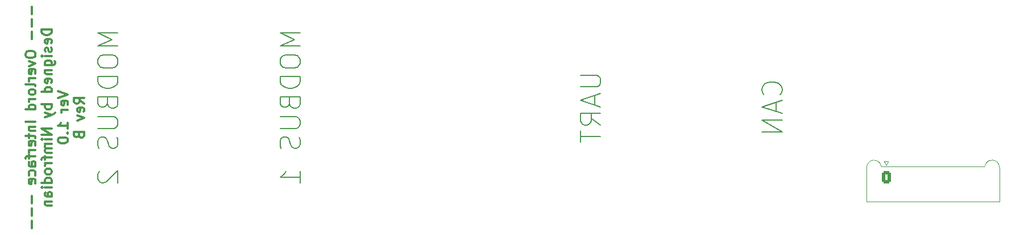
<source format=gbo>
G04 #@! TF.GenerationSoftware,KiCad,Pcbnew,8.0.8*
G04 #@! TF.CreationDate,2025-02-08T12:44:00+01:00*
G04 #@! TF.ProjectId,OverlordInterface,4f766572-6c6f-4726-9449-6e7465726661,rev?*
G04 #@! TF.SameCoordinates,Original*
G04 #@! TF.FileFunction,Legend,Bot*
G04 #@! TF.FilePolarity,Positive*
%FSLAX46Y46*%
G04 Gerber Fmt 4.6, Leading zero omitted, Abs format (unit mm)*
G04 Created by KiCad (PCBNEW 8.0.8) date 2025-02-08 12:44:00*
%MOMM*%
%LPD*%
G01*
G04 APERTURE LIST*
G04 Aperture macros list*
%AMRoundRect*
0 Rectangle with rounded corners*
0 $1 Rounding radius*
0 $2 $3 $4 $5 $6 $7 $8 $9 X,Y pos of 4 corners*
0 Add a 4 corners polygon primitive as box body*
4,1,4,$2,$3,$4,$5,$6,$7,$8,$9,$2,$3,0*
0 Add four circle primitives for the rounded corners*
1,1,$1+$1,$2,$3*
1,1,$1+$1,$4,$5*
1,1,$1+$1,$6,$7*
1,1,$1+$1,$8,$9*
0 Add four rect primitives between the rounded corners*
20,1,$1+$1,$2,$3,$4,$5,0*
20,1,$1+$1,$4,$5,$6,$7,0*
20,1,$1+$1,$6,$7,$8,$9,0*
20,1,$1+$1,$8,$9,$2,$3,0*%
G04 Aperture macros list end*
%ADD10C,0.300000*%
%ADD11C,0.150000*%
%ADD12C,0.120000*%
%ADD13R,1.800000X1.800000*%
%ADD14C,1.800000*%
%ADD15C,4.000000*%
%ADD16R,1.600000X1.600000*%
%ADD17C,1.600000*%
%ADD18C,1.500000*%
%ADD19RoundRect,0.250000X-0.400000X0.650000X-0.400000X-0.650000X0.400000X-0.650000X0.400000X0.650000X0*%
%ADD20O,1.300000X1.800000*%
G04 APERTURE END LIST*
D10*
X79574526Y-77688571D02*
X79574526Y-78831429D01*
X79574526Y-79545714D02*
X79574526Y-80688572D01*
X79574526Y-81402857D02*
X79574526Y-82545715D01*
X78645954Y-84688572D02*
X78645954Y-84974286D01*
X78645954Y-84974286D02*
X78717383Y-85117143D01*
X78717383Y-85117143D02*
X78860240Y-85260000D01*
X78860240Y-85260000D02*
X79145954Y-85331429D01*
X79145954Y-85331429D02*
X79645954Y-85331429D01*
X79645954Y-85331429D02*
X79931668Y-85260000D01*
X79931668Y-85260000D02*
X80074526Y-85117143D01*
X80074526Y-85117143D02*
X80145954Y-84974286D01*
X80145954Y-84974286D02*
X80145954Y-84688572D01*
X80145954Y-84688572D02*
X80074526Y-84545715D01*
X80074526Y-84545715D02*
X79931668Y-84402857D01*
X79931668Y-84402857D02*
X79645954Y-84331429D01*
X79645954Y-84331429D02*
X79145954Y-84331429D01*
X79145954Y-84331429D02*
X78860240Y-84402857D01*
X78860240Y-84402857D02*
X78717383Y-84545715D01*
X78717383Y-84545715D02*
X78645954Y-84688572D01*
X79145954Y-85831429D02*
X80145954Y-86188572D01*
X80145954Y-86188572D02*
X79145954Y-86545715D01*
X80074526Y-87688572D02*
X80145954Y-87545715D01*
X80145954Y-87545715D02*
X80145954Y-87260001D01*
X80145954Y-87260001D02*
X80074526Y-87117143D01*
X80074526Y-87117143D02*
X79931668Y-87045715D01*
X79931668Y-87045715D02*
X79360240Y-87045715D01*
X79360240Y-87045715D02*
X79217383Y-87117143D01*
X79217383Y-87117143D02*
X79145954Y-87260001D01*
X79145954Y-87260001D02*
X79145954Y-87545715D01*
X79145954Y-87545715D02*
X79217383Y-87688572D01*
X79217383Y-87688572D02*
X79360240Y-87760001D01*
X79360240Y-87760001D02*
X79503097Y-87760001D01*
X79503097Y-87760001D02*
X79645954Y-87045715D01*
X80145954Y-88402857D02*
X79145954Y-88402857D01*
X79431668Y-88402857D02*
X79288811Y-88474286D01*
X79288811Y-88474286D02*
X79217383Y-88545715D01*
X79217383Y-88545715D02*
X79145954Y-88688572D01*
X79145954Y-88688572D02*
X79145954Y-88831429D01*
X80145954Y-89545714D02*
X80074526Y-89402857D01*
X80074526Y-89402857D02*
X79931668Y-89331428D01*
X79931668Y-89331428D02*
X78645954Y-89331428D01*
X80145954Y-90331428D02*
X80074526Y-90188571D01*
X80074526Y-90188571D02*
X80003097Y-90117142D01*
X80003097Y-90117142D02*
X79860240Y-90045714D01*
X79860240Y-90045714D02*
X79431668Y-90045714D01*
X79431668Y-90045714D02*
X79288811Y-90117142D01*
X79288811Y-90117142D02*
X79217383Y-90188571D01*
X79217383Y-90188571D02*
X79145954Y-90331428D01*
X79145954Y-90331428D02*
X79145954Y-90545714D01*
X79145954Y-90545714D02*
X79217383Y-90688571D01*
X79217383Y-90688571D02*
X79288811Y-90760000D01*
X79288811Y-90760000D02*
X79431668Y-90831428D01*
X79431668Y-90831428D02*
X79860240Y-90831428D01*
X79860240Y-90831428D02*
X80003097Y-90760000D01*
X80003097Y-90760000D02*
X80074526Y-90688571D01*
X80074526Y-90688571D02*
X80145954Y-90545714D01*
X80145954Y-90545714D02*
X80145954Y-90331428D01*
X80145954Y-91474285D02*
X79145954Y-91474285D01*
X79431668Y-91474285D02*
X79288811Y-91545714D01*
X79288811Y-91545714D02*
X79217383Y-91617143D01*
X79217383Y-91617143D02*
X79145954Y-91760000D01*
X79145954Y-91760000D02*
X79145954Y-91902857D01*
X80145954Y-93045714D02*
X78645954Y-93045714D01*
X80074526Y-93045714D02*
X80145954Y-92902856D01*
X80145954Y-92902856D02*
X80145954Y-92617142D01*
X80145954Y-92617142D02*
X80074526Y-92474285D01*
X80074526Y-92474285D02*
X80003097Y-92402856D01*
X80003097Y-92402856D02*
X79860240Y-92331428D01*
X79860240Y-92331428D02*
X79431668Y-92331428D01*
X79431668Y-92331428D02*
X79288811Y-92402856D01*
X79288811Y-92402856D02*
X79217383Y-92474285D01*
X79217383Y-92474285D02*
X79145954Y-92617142D01*
X79145954Y-92617142D02*
X79145954Y-92902856D01*
X79145954Y-92902856D02*
X79217383Y-93045714D01*
X80145954Y-94902856D02*
X78645954Y-94902856D01*
X79145954Y-95617142D02*
X80145954Y-95617142D01*
X79288811Y-95617142D02*
X79217383Y-95688571D01*
X79217383Y-95688571D02*
X79145954Y-95831428D01*
X79145954Y-95831428D02*
X79145954Y-96045714D01*
X79145954Y-96045714D02*
X79217383Y-96188571D01*
X79217383Y-96188571D02*
X79360240Y-96260000D01*
X79360240Y-96260000D02*
X80145954Y-96260000D01*
X79145954Y-96760000D02*
X79145954Y-97331428D01*
X78645954Y-96974285D02*
X79931668Y-96974285D01*
X79931668Y-96974285D02*
X80074526Y-97045714D01*
X80074526Y-97045714D02*
X80145954Y-97188571D01*
X80145954Y-97188571D02*
X80145954Y-97331428D01*
X80074526Y-98402857D02*
X80145954Y-98260000D01*
X80145954Y-98260000D02*
X80145954Y-97974286D01*
X80145954Y-97974286D02*
X80074526Y-97831428D01*
X80074526Y-97831428D02*
X79931668Y-97760000D01*
X79931668Y-97760000D02*
X79360240Y-97760000D01*
X79360240Y-97760000D02*
X79217383Y-97831428D01*
X79217383Y-97831428D02*
X79145954Y-97974286D01*
X79145954Y-97974286D02*
X79145954Y-98260000D01*
X79145954Y-98260000D02*
X79217383Y-98402857D01*
X79217383Y-98402857D02*
X79360240Y-98474286D01*
X79360240Y-98474286D02*
X79503097Y-98474286D01*
X79503097Y-98474286D02*
X79645954Y-97760000D01*
X80145954Y-99117142D02*
X79145954Y-99117142D01*
X79431668Y-99117142D02*
X79288811Y-99188571D01*
X79288811Y-99188571D02*
X79217383Y-99260000D01*
X79217383Y-99260000D02*
X79145954Y-99402857D01*
X79145954Y-99402857D02*
X79145954Y-99545714D01*
X79145954Y-99831428D02*
X79145954Y-100402856D01*
X80145954Y-100045713D02*
X78860240Y-100045713D01*
X78860240Y-100045713D02*
X78717383Y-100117142D01*
X78717383Y-100117142D02*
X78645954Y-100259999D01*
X78645954Y-100259999D02*
X78645954Y-100402856D01*
X80145954Y-101545714D02*
X79360240Y-101545714D01*
X79360240Y-101545714D02*
X79217383Y-101474285D01*
X79217383Y-101474285D02*
X79145954Y-101331428D01*
X79145954Y-101331428D02*
X79145954Y-101045714D01*
X79145954Y-101045714D02*
X79217383Y-100902856D01*
X80074526Y-101545714D02*
X80145954Y-101402856D01*
X80145954Y-101402856D02*
X80145954Y-101045714D01*
X80145954Y-101045714D02*
X80074526Y-100902856D01*
X80074526Y-100902856D02*
X79931668Y-100831428D01*
X79931668Y-100831428D02*
X79788811Y-100831428D01*
X79788811Y-100831428D02*
X79645954Y-100902856D01*
X79645954Y-100902856D02*
X79574526Y-101045714D01*
X79574526Y-101045714D02*
X79574526Y-101402856D01*
X79574526Y-101402856D02*
X79503097Y-101545714D01*
X80074526Y-102902857D02*
X80145954Y-102759999D01*
X80145954Y-102759999D02*
X80145954Y-102474285D01*
X80145954Y-102474285D02*
X80074526Y-102331428D01*
X80074526Y-102331428D02*
X80003097Y-102259999D01*
X80003097Y-102259999D02*
X79860240Y-102188571D01*
X79860240Y-102188571D02*
X79431668Y-102188571D01*
X79431668Y-102188571D02*
X79288811Y-102259999D01*
X79288811Y-102259999D02*
X79217383Y-102331428D01*
X79217383Y-102331428D02*
X79145954Y-102474285D01*
X79145954Y-102474285D02*
X79145954Y-102759999D01*
X79145954Y-102759999D02*
X79217383Y-102902857D01*
X80074526Y-104117142D02*
X80145954Y-103974285D01*
X80145954Y-103974285D02*
X80145954Y-103688571D01*
X80145954Y-103688571D02*
X80074526Y-103545713D01*
X80074526Y-103545713D02*
X79931668Y-103474285D01*
X79931668Y-103474285D02*
X79360240Y-103474285D01*
X79360240Y-103474285D02*
X79217383Y-103545713D01*
X79217383Y-103545713D02*
X79145954Y-103688571D01*
X79145954Y-103688571D02*
X79145954Y-103974285D01*
X79145954Y-103974285D02*
X79217383Y-104117142D01*
X79217383Y-104117142D02*
X79360240Y-104188571D01*
X79360240Y-104188571D02*
X79503097Y-104188571D01*
X79503097Y-104188571D02*
X79645954Y-103474285D01*
X79574526Y-105974284D02*
X79574526Y-107117142D01*
X79574526Y-107831427D02*
X79574526Y-108974285D01*
X79574526Y-109688570D02*
X79574526Y-110831428D01*
X82560870Y-81081427D02*
X81060870Y-81081427D01*
X81060870Y-81081427D02*
X81060870Y-81438570D01*
X81060870Y-81438570D02*
X81132299Y-81652856D01*
X81132299Y-81652856D02*
X81275156Y-81795713D01*
X81275156Y-81795713D02*
X81418013Y-81867142D01*
X81418013Y-81867142D02*
X81703727Y-81938570D01*
X81703727Y-81938570D02*
X81918013Y-81938570D01*
X81918013Y-81938570D02*
X82203727Y-81867142D01*
X82203727Y-81867142D02*
X82346584Y-81795713D01*
X82346584Y-81795713D02*
X82489442Y-81652856D01*
X82489442Y-81652856D02*
X82560870Y-81438570D01*
X82560870Y-81438570D02*
X82560870Y-81081427D01*
X82489442Y-83152856D02*
X82560870Y-83009999D01*
X82560870Y-83009999D02*
X82560870Y-82724285D01*
X82560870Y-82724285D02*
X82489442Y-82581427D01*
X82489442Y-82581427D02*
X82346584Y-82509999D01*
X82346584Y-82509999D02*
X81775156Y-82509999D01*
X81775156Y-82509999D02*
X81632299Y-82581427D01*
X81632299Y-82581427D02*
X81560870Y-82724285D01*
X81560870Y-82724285D02*
X81560870Y-83009999D01*
X81560870Y-83009999D02*
X81632299Y-83152856D01*
X81632299Y-83152856D02*
X81775156Y-83224285D01*
X81775156Y-83224285D02*
X81918013Y-83224285D01*
X81918013Y-83224285D02*
X82060870Y-82509999D01*
X82489442Y-83795713D02*
X82560870Y-83938570D01*
X82560870Y-83938570D02*
X82560870Y-84224284D01*
X82560870Y-84224284D02*
X82489442Y-84367141D01*
X82489442Y-84367141D02*
X82346584Y-84438570D01*
X82346584Y-84438570D02*
X82275156Y-84438570D01*
X82275156Y-84438570D02*
X82132299Y-84367141D01*
X82132299Y-84367141D02*
X82060870Y-84224284D01*
X82060870Y-84224284D02*
X82060870Y-84009999D01*
X82060870Y-84009999D02*
X81989442Y-83867141D01*
X81989442Y-83867141D02*
X81846584Y-83795713D01*
X81846584Y-83795713D02*
X81775156Y-83795713D01*
X81775156Y-83795713D02*
X81632299Y-83867141D01*
X81632299Y-83867141D02*
X81560870Y-84009999D01*
X81560870Y-84009999D02*
X81560870Y-84224284D01*
X81560870Y-84224284D02*
X81632299Y-84367141D01*
X82560870Y-85081427D02*
X81560870Y-85081427D01*
X81060870Y-85081427D02*
X81132299Y-85009999D01*
X81132299Y-85009999D02*
X81203727Y-85081427D01*
X81203727Y-85081427D02*
X81132299Y-85152856D01*
X81132299Y-85152856D02*
X81060870Y-85081427D01*
X81060870Y-85081427D02*
X81203727Y-85081427D01*
X81560870Y-86438571D02*
X82775156Y-86438571D01*
X82775156Y-86438571D02*
X82918013Y-86367142D01*
X82918013Y-86367142D02*
X82989442Y-86295713D01*
X82989442Y-86295713D02*
X83060870Y-86152856D01*
X83060870Y-86152856D02*
X83060870Y-85938571D01*
X83060870Y-85938571D02*
X82989442Y-85795713D01*
X82489442Y-86438571D02*
X82560870Y-86295713D01*
X82560870Y-86295713D02*
X82560870Y-86009999D01*
X82560870Y-86009999D02*
X82489442Y-85867142D01*
X82489442Y-85867142D02*
X82418013Y-85795713D01*
X82418013Y-85795713D02*
X82275156Y-85724285D01*
X82275156Y-85724285D02*
X81846584Y-85724285D01*
X81846584Y-85724285D02*
X81703727Y-85795713D01*
X81703727Y-85795713D02*
X81632299Y-85867142D01*
X81632299Y-85867142D02*
X81560870Y-86009999D01*
X81560870Y-86009999D02*
X81560870Y-86295713D01*
X81560870Y-86295713D02*
X81632299Y-86438571D01*
X81560870Y-87152856D02*
X82560870Y-87152856D01*
X81703727Y-87152856D02*
X81632299Y-87224285D01*
X81632299Y-87224285D02*
X81560870Y-87367142D01*
X81560870Y-87367142D02*
X81560870Y-87581428D01*
X81560870Y-87581428D02*
X81632299Y-87724285D01*
X81632299Y-87724285D02*
X81775156Y-87795714D01*
X81775156Y-87795714D02*
X82560870Y-87795714D01*
X82489442Y-89081428D02*
X82560870Y-88938571D01*
X82560870Y-88938571D02*
X82560870Y-88652857D01*
X82560870Y-88652857D02*
X82489442Y-88509999D01*
X82489442Y-88509999D02*
X82346584Y-88438571D01*
X82346584Y-88438571D02*
X81775156Y-88438571D01*
X81775156Y-88438571D02*
X81632299Y-88509999D01*
X81632299Y-88509999D02*
X81560870Y-88652857D01*
X81560870Y-88652857D02*
X81560870Y-88938571D01*
X81560870Y-88938571D02*
X81632299Y-89081428D01*
X81632299Y-89081428D02*
X81775156Y-89152857D01*
X81775156Y-89152857D02*
X81918013Y-89152857D01*
X81918013Y-89152857D02*
X82060870Y-88438571D01*
X82560870Y-90438571D02*
X81060870Y-90438571D01*
X82489442Y-90438571D02*
X82560870Y-90295713D01*
X82560870Y-90295713D02*
X82560870Y-90009999D01*
X82560870Y-90009999D02*
X82489442Y-89867142D01*
X82489442Y-89867142D02*
X82418013Y-89795713D01*
X82418013Y-89795713D02*
X82275156Y-89724285D01*
X82275156Y-89724285D02*
X81846584Y-89724285D01*
X81846584Y-89724285D02*
X81703727Y-89795713D01*
X81703727Y-89795713D02*
X81632299Y-89867142D01*
X81632299Y-89867142D02*
X81560870Y-90009999D01*
X81560870Y-90009999D02*
X81560870Y-90295713D01*
X81560870Y-90295713D02*
X81632299Y-90438571D01*
X82560870Y-92295713D02*
X81060870Y-92295713D01*
X81632299Y-92295713D02*
X81560870Y-92438571D01*
X81560870Y-92438571D02*
X81560870Y-92724285D01*
X81560870Y-92724285D02*
X81632299Y-92867142D01*
X81632299Y-92867142D02*
X81703727Y-92938571D01*
X81703727Y-92938571D02*
X81846584Y-93009999D01*
X81846584Y-93009999D02*
X82275156Y-93009999D01*
X82275156Y-93009999D02*
X82418013Y-92938571D01*
X82418013Y-92938571D02*
X82489442Y-92867142D01*
X82489442Y-92867142D02*
X82560870Y-92724285D01*
X82560870Y-92724285D02*
X82560870Y-92438571D01*
X82560870Y-92438571D02*
X82489442Y-92295713D01*
X81560870Y-93509999D02*
X82560870Y-93867142D01*
X81560870Y-94224285D02*
X82560870Y-93867142D01*
X82560870Y-93867142D02*
X82918013Y-93724285D01*
X82918013Y-93724285D02*
X82989442Y-93652856D01*
X82989442Y-93652856D02*
X83060870Y-93509999D01*
X82560870Y-95938570D02*
X81060870Y-95938570D01*
X81060870Y-95938570D02*
X82560870Y-96795713D01*
X82560870Y-96795713D02*
X81060870Y-96795713D01*
X82560870Y-97509999D02*
X81560870Y-97509999D01*
X81060870Y-97509999D02*
X81132299Y-97438571D01*
X81132299Y-97438571D02*
X81203727Y-97509999D01*
X81203727Y-97509999D02*
X81132299Y-97581428D01*
X81132299Y-97581428D02*
X81060870Y-97509999D01*
X81060870Y-97509999D02*
X81203727Y-97509999D01*
X82560870Y-98224285D02*
X81560870Y-98224285D01*
X81703727Y-98224285D02*
X81632299Y-98295714D01*
X81632299Y-98295714D02*
X81560870Y-98438571D01*
X81560870Y-98438571D02*
X81560870Y-98652857D01*
X81560870Y-98652857D02*
X81632299Y-98795714D01*
X81632299Y-98795714D02*
X81775156Y-98867143D01*
X81775156Y-98867143D02*
X82560870Y-98867143D01*
X81775156Y-98867143D02*
X81632299Y-98938571D01*
X81632299Y-98938571D02*
X81560870Y-99081428D01*
X81560870Y-99081428D02*
X81560870Y-99295714D01*
X81560870Y-99295714D02*
X81632299Y-99438571D01*
X81632299Y-99438571D02*
X81775156Y-99510000D01*
X81775156Y-99510000D02*
X82560870Y-99510000D01*
X81560870Y-100010000D02*
X81560870Y-100581428D01*
X82560870Y-100224285D02*
X81275156Y-100224285D01*
X81275156Y-100224285D02*
X81132299Y-100295714D01*
X81132299Y-100295714D02*
X81060870Y-100438571D01*
X81060870Y-100438571D02*
X81060870Y-100581428D01*
X82560870Y-101081428D02*
X81560870Y-101081428D01*
X81846584Y-101081428D02*
X81703727Y-101152857D01*
X81703727Y-101152857D02*
X81632299Y-101224286D01*
X81632299Y-101224286D02*
X81560870Y-101367143D01*
X81560870Y-101367143D02*
X81560870Y-101510000D01*
X82560870Y-102224285D02*
X82489442Y-102081428D01*
X82489442Y-102081428D02*
X82418013Y-102009999D01*
X82418013Y-102009999D02*
X82275156Y-101938571D01*
X82275156Y-101938571D02*
X81846584Y-101938571D01*
X81846584Y-101938571D02*
X81703727Y-102009999D01*
X81703727Y-102009999D02*
X81632299Y-102081428D01*
X81632299Y-102081428D02*
X81560870Y-102224285D01*
X81560870Y-102224285D02*
X81560870Y-102438571D01*
X81560870Y-102438571D02*
X81632299Y-102581428D01*
X81632299Y-102581428D02*
X81703727Y-102652857D01*
X81703727Y-102652857D02*
X81846584Y-102724285D01*
X81846584Y-102724285D02*
X82275156Y-102724285D01*
X82275156Y-102724285D02*
X82418013Y-102652857D01*
X82418013Y-102652857D02*
X82489442Y-102581428D01*
X82489442Y-102581428D02*
X82560870Y-102438571D01*
X82560870Y-102438571D02*
X82560870Y-102224285D01*
X82560870Y-104010000D02*
X81060870Y-104010000D01*
X82489442Y-104010000D02*
X82560870Y-103867142D01*
X82560870Y-103867142D02*
X82560870Y-103581428D01*
X82560870Y-103581428D02*
X82489442Y-103438571D01*
X82489442Y-103438571D02*
X82418013Y-103367142D01*
X82418013Y-103367142D02*
X82275156Y-103295714D01*
X82275156Y-103295714D02*
X81846584Y-103295714D01*
X81846584Y-103295714D02*
X81703727Y-103367142D01*
X81703727Y-103367142D02*
X81632299Y-103438571D01*
X81632299Y-103438571D02*
X81560870Y-103581428D01*
X81560870Y-103581428D02*
X81560870Y-103867142D01*
X81560870Y-103867142D02*
X81632299Y-104010000D01*
X82560870Y-104724285D02*
X81560870Y-104724285D01*
X81060870Y-104724285D02*
X81132299Y-104652857D01*
X81132299Y-104652857D02*
X81203727Y-104724285D01*
X81203727Y-104724285D02*
X81132299Y-104795714D01*
X81132299Y-104795714D02*
X81060870Y-104724285D01*
X81060870Y-104724285D02*
X81203727Y-104724285D01*
X82560870Y-106081429D02*
X81775156Y-106081429D01*
X81775156Y-106081429D02*
X81632299Y-106010000D01*
X81632299Y-106010000D02*
X81560870Y-105867143D01*
X81560870Y-105867143D02*
X81560870Y-105581429D01*
X81560870Y-105581429D02*
X81632299Y-105438571D01*
X82489442Y-106081429D02*
X82560870Y-105938571D01*
X82560870Y-105938571D02*
X82560870Y-105581429D01*
X82560870Y-105581429D02*
X82489442Y-105438571D01*
X82489442Y-105438571D02*
X82346584Y-105367143D01*
X82346584Y-105367143D02*
X82203727Y-105367143D01*
X82203727Y-105367143D02*
X82060870Y-105438571D01*
X82060870Y-105438571D02*
X81989442Y-105581429D01*
X81989442Y-105581429D02*
X81989442Y-105938571D01*
X81989442Y-105938571D02*
X81918013Y-106081429D01*
X81560870Y-106795714D02*
X82560870Y-106795714D01*
X81703727Y-106795714D02*
X81632299Y-106867143D01*
X81632299Y-106867143D02*
X81560870Y-107010000D01*
X81560870Y-107010000D02*
X81560870Y-107224286D01*
X81560870Y-107224286D02*
X81632299Y-107367143D01*
X81632299Y-107367143D02*
X81775156Y-107438572D01*
X81775156Y-107438572D02*
X82560870Y-107438572D01*
X83475786Y-90295715D02*
X84975786Y-90795715D01*
X84975786Y-90795715D02*
X83475786Y-91295715D01*
X84904358Y-92367143D02*
X84975786Y-92224286D01*
X84975786Y-92224286D02*
X84975786Y-91938572D01*
X84975786Y-91938572D02*
X84904358Y-91795714D01*
X84904358Y-91795714D02*
X84761500Y-91724286D01*
X84761500Y-91724286D02*
X84190072Y-91724286D01*
X84190072Y-91724286D02*
X84047215Y-91795714D01*
X84047215Y-91795714D02*
X83975786Y-91938572D01*
X83975786Y-91938572D02*
X83975786Y-92224286D01*
X83975786Y-92224286D02*
X84047215Y-92367143D01*
X84047215Y-92367143D02*
X84190072Y-92438572D01*
X84190072Y-92438572D02*
X84332929Y-92438572D01*
X84332929Y-92438572D02*
X84475786Y-91724286D01*
X84975786Y-93081428D02*
X83975786Y-93081428D01*
X84261500Y-93081428D02*
X84118643Y-93152857D01*
X84118643Y-93152857D02*
X84047215Y-93224286D01*
X84047215Y-93224286D02*
X83975786Y-93367143D01*
X83975786Y-93367143D02*
X83975786Y-93510000D01*
X84975786Y-95938571D02*
X84975786Y-95081428D01*
X84975786Y-95509999D02*
X83475786Y-95509999D01*
X83475786Y-95509999D02*
X83690072Y-95367142D01*
X83690072Y-95367142D02*
X83832929Y-95224285D01*
X83832929Y-95224285D02*
X83904358Y-95081428D01*
X84832929Y-96581427D02*
X84904358Y-96652856D01*
X84904358Y-96652856D02*
X84975786Y-96581427D01*
X84975786Y-96581427D02*
X84904358Y-96509999D01*
X84904358Y-96509999D02*
X84832929Y-96581427D01*
X84832929Y-96581427D02*
X84975786Y-96581427D01*
X83475786Y-97581428D02*
X83475786Y-97724285D01*
X83475786Y-97724285D02*
X83547215Y-97867142D01*
X83547215Y-97867142D02*
X83618643Y-97938571D01*
X83618643Y-97938571D02*
X83761500Y-98009999D01*
X83761500Y-98009999D02*
X84047215Y-98081428D01*
X84047215Y-98081428D02*
X84404358Y-98081428D01*
X84404358Y-98081428D02*
X84690072Y-98009999D01*
X84690072Y-98009999D02*
X84832929Y-97938571D01*
X84832929Y-97938571D02*
X84904358Y-97867142D01*
X84904358Y-97867142D02*
X84975786Y-97724285D01*
X84975786Y-97724285D02*
X84975786Y-97581428D01*
X84975786Y-97581428D02*
X84904358Y-97438571D01*
X84904358Y-97438571D02*
X84832929Y-97367142D01*
X84832929Y-97367142D02*
X84690072Y-97295713D01*
X84690072Y-97295713D02*
X84404358Y-97224285D01*
X84404358Y-97224285D02*
X84047215Y-97224285D01*
X84047215Y-97224285D02*
X83761500Y-97295713D01*
X83761500Y-97295713D02*
X83618643Y-97367142D01*
X83618643Y-97367142D02*
X83547215Y-97438571D01*
X83547215Y-97438571D02*
X83475786Y-97581428D01*
X87390702Y-92188571D02*
X86676416Y-91688571D01*
X87390702Y-91331428D02*
X85890702Y-91331428D01*
X85890702Y-91331428D02*
X85890702Y-91902857D01*
X85890702Y-91902857D02*
X85962131Y-92045714D01*
X85962131Y-92045714D02*
X86033559Y-92117143D01*
X86033559Y-92117143D02*
X86176416Y-92188571D01*
X86176416Y-92188571D02*
X86390702Y-92188571D01*
X86390702Y-92188571D02*
X86533559Y-92117143D01*
X86533559Y-92117143D02*
X86604988Y-92045714D01*
X86604988Y-92045714D02*
X86676416Y-91902857D01*
X86676416Y-91902857D02*
X86676416Y-91331428D01*
X87319274Y-93402857D02*
X87390702Y-93260000D01*
X87390702Y-93260000D02*
X87390702Y-92974286D01*
X87390702Y-92974286D02*
X87319274Y-92831428D01*
X87319274Y-92831428D02*
X87176416Y-92760000D01*
X87176416Y-92760000D02*
X86604988Y-92760000D01*
X86604988Y-92760000D02*
X86462131Y-92831428D01*
X86462131Y-92831428D02*
X86390702Y-92974286D01*
X86390702Y-92974286D02*
X86390702Y-93260000D01*
X86390702Y-93260000D02*
X86462131Y-93402857D01*
X86462131Y-93402857D02*
X86604988Y-93474286D01*
X86604988Y-93474286D02*
X86747845Y-93474286D01*
X86747845Y-93474286D02*
X86890702Y-92760000D01*
X86390702Y-93974285D02*
X87390702Y-94331428D01*
X87390702Y-94331428D02*
X86390702Y-94688571D01*
X86604988Y-96902856D02*
X86676416Y-97117142D01*
X86676416Y-97117142D02*
X86747845Y-97188571D01*
X86747845Y-97188571D02*
X86890702Y-97259999D01*
X86890702Y-97259999D02*
X87104988Y-97259999D01*
X87104988Y-97259999D02*
X87247845Y-97188571D01*
X87247845Y-97188571D02*
X87319274Y-97117142D01*
X87319274Y-97117142D02*
X87390702Y-96974285D01*
X87390702Y-96974285D02*
X87390702Y-96402856D01*
X87390702Y-96402856D02*
X85890702Y-96402856D01*
X85890702Y-96402856D02*
X85890702Y-96902856D01*
X85890702Y-96902856D02*
X85962131Y-97045714D01*
X85962131Y-97045714D02*
X86033559Y-97117142D01*
X86033559Y-97117142D02*
X86176416Y-97188571D01*
X86176416Y-97188571D02*
X86319274Y-97188571D01*
X86319274Y-97188571D02*
X86462131Y-97117142D01*
X86462131Y-97117142D02*
X86533559Y-97045714D01*
X86533559Y-97045714D02*
X86604988Y-96902856D01*
X86604988Y-96902856D02*
X86604988Y-96402856D01*
D11*
X191039342Y-90797255D02*
X191182200Y-90654398D01*
X191182200Y-90654398D02*
X191325057Y-90225826D01*
X191325057Y-90225826D02*
X191325057Y-89940112D01*
X191325057Y-89940112D02*
X191182200Y-89511541D01*
X191182200Y-89511541D02*
X190896485Y-89225826D01*
X190896485Y-89225826D02*
X190610771Y-89082969D01*
X190610771Y-89082969D02*
X190039342Y-88940112D01*
X190039342Y-88940112D02*
X189610771Y-88940112D01*
X189610771Y-88940112D02*
X189039342Y-89082969D01*
X189039342Y-89082969D02*
X188753628Y-89225826D01*
X188753628Y-89225826D02*
X188467914Y-89511541D01*
X188467914Y-89511541D02*
X188325057Y-89940112D01*
X188325057Y-89940112D02*
X188325057Y-90225826D01*
X188325057Y-90225826D02*
X188467914Y-90654398D01*
X188467914Y-90654398D02*
X188610771Y-90797255D01*
X190467914Y-91940112D02*
X190467914Y-93368684D01*
X191325057Y-91654398D02*
X188325057Y-92654398D01*
X188325057Y-92654398D02*
X191325057Y-93654398D01*
X191325057Y-94654398D02*
X188325057Y-94654398D01*
X188325057Y-94654398D02*
X191325057Y-96368684D01*
X191325057Y-96368684D02*
X188325057Y-96368684D01*
X92425057Y-81578683D02*
X89425057Y-81578683D01*
X89425057Y-81578683D02*
X91567914Y-82578683D01*
X91567914Y-82578683D02*
X89425057Y-83578683D01*
X89425057Y-83578683D02*
X92425057Y-83578683D01*
X89425057Y-85578683D02*
X89425057Y-86150111D01*
X89425057Y-86150111D02*
X89567914Y-86435826D01*
X89567914Y-86435826D02*
X89853628Y-86721540D01*
X89853628Y-86721540D02*
X90425057Y-86864397D01*
X90425057Y-86864397D02*
X91425057Y-86864397D01*
X91425057Y-86864397D02*
X91996485Y-86721540D01*
X91996485Y-86721540D02*
X92282200Y-86435826D01*
X92282200Y-86435826D02*
X92425057Y-86150111D01*
X92425057Y-86150111D02*
X92425057Y-85578683D01*
X92425057Y-85578683D02*
X92282200Y-85292969D01*
X92282200Y-85292969D02*
X91996485Y-85007254D01*
X91996485Y-85007254D02*
X91425057Y-84864397D01*
X91425057Y-84864397D02*
X90425057Y-84864397D01*
X90425057Y-84864397D02*
X89853628Y-85007254D01*
X89853628Y-85007254D02*
X89567914Y-85292969D01*
X89567914Y-85292969D02*
X89425057Y-85578683D01*
X92425057Y-88150111D02*
X89425057Y-88150111D01*
X89425057Y-88150111D02*
X89425057Y-88864397D01*
X89425057Y-88864397D02*
X89567914Y-89292968D01*
X89567914Y-89292968D02*
X89853628Y-89578683D01*
X89853628Y-89578683D02*
X90139342Y-89721540D01*
X90139342Y-89721540D02*
X90710771Y-89864397D01*
X90710771Y-89864397D02*
X91139342Y-89864397D01*
X91139342Y-89864397D02*
X91710771Y-89721540D01*
X91710771Y-89721540D02*
X91996485Y-89578683D01*
X91996485Y-89578683D02*
X92282200Y-89292968D01*
X92282200Y-89292968D02*
X92425057Y-88864397D01*
X92425057Y-88864397D02*
X92425057Y-88150111D01*
X90853628Y-92150111D02*
X90996485Y-92578683D01*
X90996485Y-92578683D02*
X91139342Y-92721540D01*
X91139342Y-92721540D02*
X91425057Y-92864397D01*
X91425057Y-92864397D02*
X91853628Y-92864397D01*
X91853628Y-92864397D02*
X92139342Y-92721540D01*
X92139342Y-92721540D02*
X92282200Y-92578683D01*
X92282200Y-92578683D02*
X92425057Y-92292968D01*
X92425057Y-92292968D02*
X92425057Y-91150111D01*
X92425057Y-91150111D02*
X89425057Y-91150111D01*
X89425057Y-91150111D02*
X89425057Y-92150111D01*
X89425057Y-92150111D02*
X89567914Y-92435826D01*
X89567914Y-92435826D02*
X89710771Y-92578683D01*
X89710771Y-92578683D02*
X89996485Y-92721540D01*
X89996485Y-92721540D02*
X90282200Y-92721540D01*
X90282200Y-92721540D02*
X90567914Y-92578683D01*
X90567914Y-92578683D02*
X90710771Y-92435826D01*
X90710771Y-92435826D02*
X90853628Y-92150111D01*
X90853628Y-92150111D02*
X90853628Y-91150111D01*
X89425057Y-94150111D02*
X91853628Y-94150111D01*
X91853628Y-94150111D02*
X92139342Y-94292968D01*
X92139342Y-94292968D02*
X92282200Y-94435826D01*
X92282200Y-94435826D02*
X92425057Y-94721540D01*
X92425057Y-94721540D02*
X92425057Y-95292968D01*
X92425057Y-95292968D02*
X92282200Y-95578683D01*
X92282200Y-95578683D02*
X92139342Y-95721540D01*
X92139342Y-95721540D02*
X91853628Y-95864397D01*
X91853628Y-95864397D02*
X89425057Y-95864397D01*
X92282200Y-97150111D02*
X92425057Y-97578683D01*
X92425057Y-97578683D02*
X92425057Y-98292968D01*
X92425057Y-98292968D02*
X92282200Y-98578683D01*
X92282200Y-98578683D02*
X92139342Y-98721540D01*
X92139342Y-98721540D02*
X91853628Y-98864397D01*
X91853628Y-98864397D02*
X91567914Y-98864397D01*
X91567914Y-98864397D02*
X91282200Y-98721540D01*
X91282200Y-98721540D02*
X91139342Y-98578683D01*
X91139342Y-98578683D02*
X90996485Y-98292968D01*
X90996485Y-98292968D02*
X90853628Y-97721540D01*
X90853628Y-97721540D02*
X90710771Y-97435825D01*
X90710771Y-97435825D02*
X90567914Y-97292968D01*
X90567914Y-97292968D02*
X90282200Y-97150111D01*
X90282200Y-97150111D02*
X89996485Y-97150111D01*
X89996485Y-97150111D02*
X89710771Y-97292968D01*
X89710771Y-97292968D02*
X89567914Y-97435825D01*
X89567914Y-97435825D02*
X89425057Y-97721540D01*
X89425057Y-97721540D02*
X89425057Y-98435825D01*
X89425057Y-98435825D02*
X89567914Y-98864397D01*
X89710771Y-102292968D02*
X89567914Y-102435825D01*
X89567914Y-102435825D02*
X89425057Y-102721540D01*
X89425057Y-102721540D02*
X89425057Y-103435825D01*
X89425057Y-103435825D02*
X89567914Y-103721540D01*
X89567914Y-103721540D02*
X89710771Y-103864397D01*
X89710771Y-103864397D02*
X89996485Y-104007254D01*
X89996485Y-104007254D02*
X90282200Y-104007254D01*
X90282200Y-104007254D02*
X90710771Y-103864397D01*
X90710771Y-103864397D02*
X92425057Y-102150111D01*
X92425057Y-102150111D02*
X92425057Y-104007254D01*
X161305057Y-87940112D02*
X163733628Y-87940112D01*
X163733628Y-87940112D02*
X164019342Y-88082969D01*
X164019342Y-88082969D02*
X164162200Y-88225827D01*
X164162200Y-88225827D02*
X164305057Y-88511541D01*
X164305057Y-88511541D02*
X164305057Y-89082969D01*
X164305057Y-89082969D02*
X164162200Y-89368684D01*
X164162200Y-89368684D02*
X164019342Y-89511541D01*
X164019342Y-89511541D02*
X163733628Y-89654398D01*
X163733628Y-89654398D02*
X161305057Y-89654398D01*
X163447914Y-90940112D02*
X163447914Y-92368684D01*
X164305057Y-90654398D02*
X161305057Y-91654398D01*
X161305057Y-91654398D02*
X164305057Y-92654398D01*
X164305057Y-95368684D02*
X162876485Y-94368684D01*
X164305057Y-93654398D02*
X161305057Y-93654398D01*
X161305057Y-93654398D02*
X161305057Y-94797255D01*
X161305057Y-94797255D02*
X161447914Y-95082970D01*
X161447914Y-95082970D02*
X161590771Y-95225827D01*
X161590771Y-95225827D02*
X161876485Y-95368684D01*
X161876485Y-95368684D02*
X162305057Y-95368684D01*
X162305057Y-95368684D02*
X162590771Y-95225827D01*
X162590771Y-95225827D02*
X162733628Y-95082970D01*
X162733628Y-95082970D02*
X162876485Y-94797255D01*
X162876485Y-94797255D02*
X162876485Y-93654398D01*
X161305057Y-96225827D02*
X161305057Y-97940113D01*
X164305057Y-97082970D02*
X161305057Y-97082970D01*
X119565057Y-81578683D02*
X116565057Y-81578683D01*
X116565057Y-81578683D02*
X118707914Y-82578683D01*
X118707914Y-82578683D02*
X116565057Y-83578683D01*
X116565057Y-83578683D02*
X119565057Y-83578683D01*
X116565057Y-85578683D02*
X116565057Y-86150111D01*
X116565057Y-86150111D02*
X116707914Y-86435826D01*
X116707914Y-86435826D02*
X116993628Y-86721540D01*
X116993628Y-86721540D02*
X117565057Y-86864397D01*
X117565057Y-86864397D02*
X118565057Y-86864397D01*
X118565057Y-86864397D02*
X119136485Y-86721540D01*
X119136485Y-86721540D02*
X119422200Y-86435826D01*
X119422200Y-86435826D02*
X119565057Y-86150111D01*
X119565057Y-86150111D02*
X119565057Y-85578683D01*
X119565057Y-85578683D02*
X119422200Y-85292969D01*
X119422200Y-85292969D02*
X119136485Y-85007254D01*
X119136485Y-85007254D02*
X118565057Y-84864397D01*
X118565057Y-84864397D02*
X117565057Y-84864397D01*
X117565057Y-84864397D02*
X116993628Y-85007254D01*
X116993628Y-85007254D02*
X116707914Y-85292969D01*
X116707914Y-85292969D02*
X116565057Y-85578683D01*
X119565057Y-88150111D02*
X116565057Y-88150111D01*
X116565057Y-88150111D02*
X116565057Y-88864397D01*
X116565057Y-88864397D02*
X116707914Y-89292968D01*
X116707914Y-89292968D02*
X116993628Y-89578683D01*
X116993628Y-89578683D02*
X117279342Y-89721540D01*
X117279342Y-89721540D02*
X117850771Y-89864397D01*
X117850771Y-89864397D02*
X118279342Y-89864397D01*
X118279342Y-89864397D02*
X118850771Y-89721540D01*
X118850771Y-89721540D02*
X119136485Y-89578683D01*
X119136485Y-89578683D02*
X119422200Y-89292968D01*
X119422200Y-89292968D02*
X119565057Y-88864397D01*
X119565057Y-88864397D02*
X119565057Y-88150111D01*
X117993628Y-92150111D02*
X118136485Y-92578683D01*
X118136485Y-92578683D02*
X118279342Y-92721540D01*
X118279342Y-92721540D02*
X118565057Y-92864397D01*
X118565057Y-92864397D02*
X118993628Y-92864397D01*
X118993628Y-92864397D02*
X119279342Y-92721540D01*
X119279342Y-92721540D02*
X119422200Y-92578683D01*
X119422200Y-92578683D02*
X119565057Y-92292968D01*
X119565057Y-92292968D02*
X119565057Y-91150111D01*
X119565057Y-91150111D02*
X116565057Y-91150111D01*
X116565057Y-91150111D02*
X116565057Y-92150111D01*
X116565057Y-92150111D02*
X116707914Y-92435826D01*
X116707914Y-92435826D02*
X116850771Y-92578683D01*
X116850771Y-92578683D02*
X117136485Y-92721540D01*
X117136485Y-92721540D02*
X117422200Y-92721540D01*
X117422200Y-92721540D02*
X117707914Y-92578683D01*
X117707914Y-92578683D02*
X117850771Y-92435826D01*
X117850771Y-92435826D02*
X117993628Y-92150111D01*
X117993628Y-92150111D02*
X117993628Y-91150111D01*
X116565057Y-94150111D02*
X118993628Y-94150111D01*
X118993628Y-94150111D02*
X119279342Y-94292968D01*
X119279342Y-94292968D02*
X119422200Y-94435826D01*
X119422200Y-94435826D02*
X119565057Y-94721540D01*
X119565057Y-94721540D02*
X119565057Y-95292968D01*
X119565057Y-95292968D02*
X119422200Y-95578683D01*
X119422200Y-95578683D02*
X119279342Y-95721540D01*
X119279342Y-95721540D02*
X118993628Y-95864397D01*
X118993628Y-95864397D02*
X116565057Y-95864397D01*
X119422200Y-97150111D02*
X119565057Y-97578683D01*
X119565057Y-97578683D02*
X119565057Y-98292968D01*
X119565057Y-98292968D02*
X119422200Y-98578683D01*
X119422200Y-98578683D02*
X119279342Y-98721540D01*
X119279342Y-98721540D02*
X118993628Y-98864397D01*
X118993628Y-98864397D02*
X118707914Y-98864397D01*
X118707914Y-98864397D02*
X118422200Y-98721540D01*
X118422200Y-98721540D02*
X118279342Y-98578683D01*
X118279342Y-98578683D02*
X118136485Y-98292968D01*
X118136485Y-98292968D02*
X117993628Y-97721540D01*
X117993628Y-97721540D02*
X117850771Y-97435825D01*
X117850771Y-97435825D02*
X117707914Y-97292968D01*
X117707914Y-97292968D02*
X117422200Y-97150111D01*
X117422200Y-97150111D02*
X117136485Y-97150111D01*
X117136485Y-97150111D02*
X116850771Y-97292968D01*
X116850771Y-97292968D02*
X116707914Y-97435825D01*
X116707914Y-97435825D02*
X116565057Y-97721540D01*
X116565057Y-97721540D02*
X116565057Y-98435825D01*
X116565057Y-98435825D02*
X116707914Y-98864397D01*
X119565057Y-104007254D02*
X119565057Y-102292968D01*
X119565057Y-103150111D02*
X116565057Y-103150111D01*
X116565057Y-103150111D02*
X116993628Y-102864397D01*
X116993628Y-102864397D02*
X117279342Y-102578682D01*
X117279342Y-102578682D02*
X117422200Y-102292968D01*
D12*
X203935001Y-106840000D02*
X203935001Y-101710000D01*
X206520001Y-100810000D02*
X206820001Y-101410000D01*
X206820001Y-101410000D02*
X207120001Y-100810000D01*
X207120001Y-100810000D02*
X206520001Y-100810000D01*
X221505001Y-101580000D02*
X206105001Y-101580000D01*
X223675001Y-101710000D02*
X223675001Y-106840000D01*
X223675001Y-106840000D02*
X203935001Y-106840000D01*
X203940001Y-101840000D02*
G75*
G02*
X206100001Y-101580000I1080000J130000D01*
G01*
X221523221Y-101511744D02*
G75*
G02*
X223675001Y-101720000I1066780J-198256D01*
G01*
%LPC*%
D13*
X211830000Y-91055000D03*
D14*
X211830000Y-93595000D03*
D13*
X221830000Y-91055000D03*
D14*
X221830000Y-93595000D03*
D15*
X100190000Y-105695000D03*
X100190000Y-80695000D03*
D16*
X98770000Y-87655000D03*
D17*
X98770000Y-90425000D03*
X98770000Y-93195000D03*
X98770000Y-95965000D03*
X98770000Y-98735000D03*
X101610000Y-89040000D03*
X101610000Y-91810000D03*
X101610000Y-94580000D03*
X101610000Y-97350000D03*
D15*
X181080000Y-105695000D03*
X181080000Y-80695000D03*
D16*
X179660000Y-87655000D03*
D17*
X179660000Y-90425000D03*
X179660000Y-93195000D03*
X179660000Y-95965000D03*
X179660000Y-98735000D03*
X182500000Y-89040000D03*
X182500000Y-91810000D03*
X182500000Y-94580000D03*
X182500000Y-97350000D03*
D15*
X127153333Y-105695000D03*
X127153333Y-80695000D03*
D16*
X125733333Y-87655000D03*
D17*
X125733333Y-90425000D03*
X125733333Y-93195000D03*
X125733333Y-95965000D03*
X125733333Y-98735000D03*
X128573333Y-89040000D03*
X128573333Y-91810000D03*
X128573333Y-94580000D03*
X128573333Y-97350000D03*
D15*
X154116666Y-105695000D03*
X154116666Y-80695000D03*
D16*
X152696666Y-87655000D03*
D17*
X152696666Y-90425000D03*
X152696666Y-93195000D03*
X152696666Y-95965000D03*
X152696666Y-98735000D03*
X155536666Y-89040000D03*
X155536666Y-91810000D03*
X155536666Y-94580000D03*
X155536666Y-97350000D03*
D13*
X201830000Y-91055000D03*
D14*
X201830000Y-93595000D03*
D18*
X222590001Y-101710000D03*
X205020001Y-101710000D03*
D19*
X206820001Y-103190000D03*
D20*
X208090001Y-105730000D03*
X209360001Y-103190000D03*
X210630001Y-105730000D03*
X211900000Y-103190000D03*
X213170001Y-105730000D03*
X214440001Y-103190000D03*
X215710001Y-105730000D03*
X216980001Y-103190000D03*
X218250001Y-105730000D03*
X219520001Y-103190000D03*
X220790001Y-105730000D03*
%LPD*%
M02*

</source>
